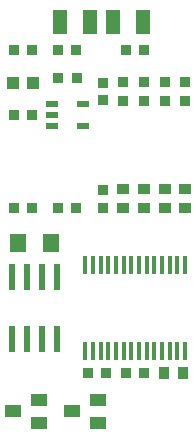
<source format=gtp>
G75*
G70*
%OFA0B0*%
%FSLAX24Y24*%
%IPPOS*%
%LPD*%
%AMOC8*
5,1,8,0,0,1.08239X$1,22.5*
%
%ADD10R,0.0551X0.0630*%
%ADD11R,0.0433X0.0394*%
%ADD12R,0.0354X0.0374*%
%ADD13R,0.0394X0.0374*%
%ADD14R,0.0374X0.0394*%
%ADD15R,0.0374X0.0354*%
%ADD16R,0.0157X0.0591*%
%ADD17R,0.0472X0.0787*%
%ADD18R,0.0433X0.0236*%
%ADD19R,0.0240X0.0870*%
%ADD20R,0.0551X0.0394*%
D10*
X003851Y008424D03*
X004953Y008424D03*
D11*
X004343Y013771D03*
X003674Y013771D03*
D12*
X003713Y014853D03*
X004304Y014853D03*
X005170Y013921D03*
X005190Y014853D03*
X005780Y014853D03*
X005800Y013921D03*
X004304Y012688D03*
X003713Y012688D03*
X003713Y009605D03*
X004304Y009605D03*
X005190Y009605D03*
X005780Y009605D03*
X007453Y014853D03*
X008044Y014853D03*
X008044Y004093D03*
X007453Y004093D03*
X006764Y004093D03*
X006174Y004093D03*
D13*
X007355Y009586D03*
X007355Y010215D03*
X008044Y010215D03*
X008044Y009586D03*
X008733Y009586D03*
X008733Y010215D03*
X009422Y010215D03*
X009422Y009586D03*
D14*
X009343Y004093D03*
X008713Y004093D03*
D15*
X006666Y009605D03*
X006666Y010196D03*
X007355Y013160D03*
X007355Y013790D03*
X008044Y013790D03*
X008044Y013160D03*
X008733Y013160D03*
X008733Y013790D03*
X009422Y013790D03*
X009422Y013160D03*
X006666Y013180D03*
X006666Y013771D03*
D16*
X006597Y007686D03*
X006853Y007686D03*
X007109Y007686D03*
X007365Y007686D03*
X007621Y007686D03*
X007877Y007686D03*
X008133Y007686D03*
X008388Y007686D03*
X008644Y007686D03*
X008900Y007686D03*
X009156Y007686D03*
X009412Y007686D03*
X009412Y004832D03*
X009156Y004832D03*
X008900Y004832D03*
X008644Y004832D03*
X008388Y004832D03*
X008133Y004832D03*
X007877Y004832D03*
X007621Y004832D03*
X007365Y004832D03*
X007109Y004832D03*
X006853Y004832D03*
X006597Y004832D03*
X006341Y004832D03*
X006085Y004832D03*
X006085Y007686D03*
X006341Y007686D03*
D17*
X006229Y015778D03*
X007016Y015778D03*
X008001Y015778D03*
X005245Y015778D03*
D18*
X004973Y013062D03*
X004973Y012688D03*
X004973Y012314D03*
X005997Y012314D03*
X005997Y013062D03*
D19*
X005152Y007289D03*
X004652Y007289D03*
X004152Y007289D03*
X003652Y007289D03*
X003652Y005229D03*
X004152Y005229D03*
X004652Y005229D03*
X005152Y005229D03*
D20*
X003674Y002814D03*
X004540Y003188D03*
X004540Y002440D03*
X005642Y002814D03*
X006509Y003188D03*
X006509Y002440D03*
M02*

</source>
